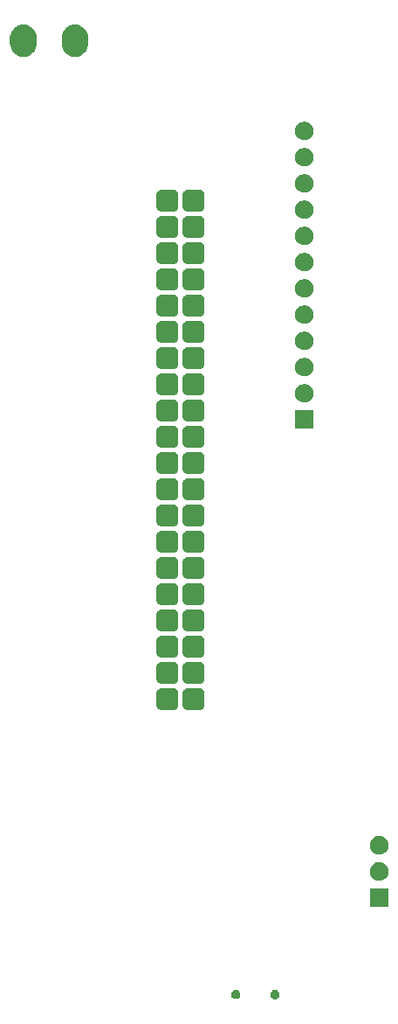
<source format=gbr>
G04 #@! TF.GenerationSoftware,KiCad,Pcbnew,5.1.5+dfsg1-2build2*
G04 #@! TF.CreationDate,2021-01-21T00:37:08+01:00*
G04 #@! TF.ProjectId,t100-raspi,74313030-2d72-4617-9370-692e6b696361,rev?*
G04 #@! TF.SameCoordinates,Original*
G04 #@! TF.FileFunction,Soldermask,Bot*
G04 #@! TF.FilePolarity,Negative*
%FSLAX46Y46*%
G04 Gerber Fmt 4.6, Leading zero omitted, Abs format (unit mm)*
G04 Created by KiCad (PCBNEW 5.1.5+dfsg1-2build2) date 2021-01-21 00:37:08*
%MOMM*%
%LPD*%
G04 APERTURE LIST*
%ADD10C,0.100000*%
G04 APERTURE END LIST*
D10*
G36*
X112028576Y-145421205D02*
G01*
X112110431Y-145455110D01*
X112184098Y-145504333D01*
X112246747Y-145566982D01*
X112295970Y-145640649D01*
X112329875Y-145722504D01*
X112347160Y-145809401D01*
X112347160Y-145897999D01*
X112329875Y-145984896D01*
X112295970Y-146066751D01*
X112246747Y-146140418D01*
X112184098Y-146203067D01*
X112110431Y-146252290D01*
X112034708Y-146283655D01*
X112028576Y-146286195D01*
X111941679Y-146303480D01*
X111853081Y-146303480D01*
X111766184Y-146286195D01*
X111760052Y-146283655D01*
X111684329Y-146252290D01*
X111610662Y-146203067D01*
X111548013Y-146140418D01*
X111498790Y-146066751D01*
X111464885Y-145984896D01*
X111447600Y-145897999D01*
X111447600Y-145809401D01*
X111464885Y-145722504D01*
X111498790Y-145640649D01*
X111548013Y-145566982D01*
X111610662Y-145504333D01*
X111684329Y-145455110D01*
X111766184Y-145421205D01*
X111853081Y-145403920D01*
X111941679Y-145403920D01*
X112028576Y-145421205D01*
G37*
G36*
X108231276Y-145418665D02*
G01*
X108313131Y-145452570D01*
X108386798Y-145501793D01*
X108449447Y-145564442D01*
X108498670Y-145638109D01*
X108532575Y-145719964D01*
X108549860Y-145806861D01*
X108549860Y-145895459D01*
X108532575Y-145982356D01*
X108498670Y-146064211D01*
X108449447Y-146137878D01*
X108386798Y-146200527D01*
X108313131Y-146249750D01*
X108231276Y-146283655D01*
X108144379Y-146300940D01*
X108055781Y-146300940D01*
X107968884Y-146283655D01*
X107887029Y-146249750D01*
X107813362Y-146200527D01*
X107750713Y-146137878D01*
X107701490Y-146064211D01*
X107667585Y-145982356D01*
X107650300Y-145895459D01*
X107650300Y-145806861D01*
X107667585Y-145719964D01*
X107701490Y-145638109D01*
X107750713Y-145564442D01*
X107813362Y-145501793D01*
X107887029Y-145452570D01*
X107968884Y-145418665D01*
X108055781Y-145401380D01*
X108144379Y-145401380D01*
X108231276Y-145418665D01*
G37*
G36*
X122901000Y-137401000D02*
G01*
X121099000Y-137401000D01*
X121099000Y-135599000D01*
X122901000Y-135599000D01*
X122901000Y-137401000D01*
G37*
G36*
X122113512Y-133063927D02*
G01*
X122262812Y-133093624D01*
X122426784Y-133161544D01*
X122574354Y-133260147D01*
X122699853Y-133385646D01*
X122798456Y-133533216D01*
X122866376Y-133697188D01*
X122901000Y-133871259D01*
X122901000Y-134048741D01*
X122866376Y-134222812D01*
X122798456Y-134386784D01*
X122699853Y-134534354D01*
X122574354Y-134659853D01*
X122426784Y-134758456D01*
X122262812Y-134826376D01*
X122113512Y-134856073D01*
X122088742Y-134861000D01*
X121911258Y-134861000D01*
X121886488Y-134856073D01*
X121737188Y-134826376D01*
X121573216Y-134758456D01*
X121425646Y-134659853D01*
X121300147Y-134534354D01*
X121201544Y-134386784D01*
X121133624Y-134222812D01*
X121099000Y-134048741D01*
X121099000Y-133871259D01*
X121133624Y-133697188D01*
X121201544Y-133533216D01*
X121300147Y-133385646D01*
X121425646Y-133260147D01*
X121573216Y-133161544D01*
X121737188Y-133093624D01*
X121886488Y-133063927D01*
X121911258Y-133059000D01*
X122088742Y-133059000D01*
X122113512Y-133063927D01*
G37*
G36*
X122113512Y-130523927D02*
G01*
X122262812Y-130553624D01*
X122426784Y-130621544D01*
X122574354Y-130720147D01*
X122699853Y-130845646D01*
X122798456Y-130993216D01*
X122866376Y-131157188D01*
X122901000Y-131331259D01*
X122901000Y-131508741D01*
X122866376Y-131682812D01*
X122798456Y-131846784D01*
X122699853Y-131994354D01*
X122574354Y-132119853D01*
X122426784Y-132218456D01*
X122262812Y-132286376D01*
X122113512Y-132316073D01*
X122088742Y-132321000D01*
X121911258Y-132321000D01*
X121886488Y-132316073D01*
X121737188Y-132286376D01*
X121573216Y-132218456D01*
X121425646Y-132119853D01*
X121300147Y-131994354D01*
X121201544Y-131846784D01*
X121133624Y-131682812D01*
X121099000Y-131508741D01*
X121099000Y-131331259D01*
X121133624Y-131157188D01*
X121201544Y-130993216D01*
X121300147Y-130845646D01*
X121425646Y-130720147D01*
X121573216Y-130621544D01*
X121737188Y-130553624D01*
X121886488Y-130523927D01*
X121911258Y-130519000D01*
X122088742Y-130519000D01*
X122113512Y-130523927D01*
G37*
G36*
X104678210Y-116218489D02*
G01*
X104764950Y-116244802D01*
X104844889Y-116287530D01*
X104914962Y-116345038D01*
X104972470Y-116415111D01*
X105015198Y-116495050D01*
X105041511Y-116581790D01*
X105051000Y-116678140D01*
X105051000Y-117841860D01*
X105041511Y-117938210D01*
X105015198Y-118024950D01*
X104972470Y-118104889D01*
X104914962Y-118174962D01*
X104844889Y-118232470D01*
X104764950Y-118275198D01*
X104678210Y-118301511D01*
X104581860Y-118311000D01*
X103418140Y-118311000D01*
X103321790Y-118301511D01*
X103235050Y-118275198D01*
X103155111Y-118232470D01*
X103085038Y-118174962D01*
X103027530Y-118104889D01*
X102984802Y-118024950D01*
X102958489Y-117938210D01*
X102949000Y-117841860D01*
X102949000Y-116678140D01*
X102958489Y-116581790D01*
X102984802Y-116495050D01*
X103027530Y-116415111D01*
X103085038Y-116345038D01*
X103155111Y-116287530D01*
X103235050Y-116244802D01*
X103321790Y-116218489D01*
X103418140Y-116209000D01*
X104581860Y-116209000D01*
X104678210Y-116218489D01*
G37*
G36*
X102138210Y-116218489D02*
G01*
X102224950Y-116244802D01*
X102304889Y-116287530D01*
X102374962Y-116345038D01*
X102432470Y-116415111D01*
X102475198Y-116495050D01*
X102501511Y-116581790D01*
X102511000Y-116678140D01*
X102511000Y-117841860D01*
X102501511Y-117938210D01*
X102475198Y-118024950D01*
X102432470Y-118104889D01*
X102374962Y-118174962D01*
X102304889Y-118232470D01*
X102224950Y-118275198D01*
X102138210Y-118301511D01*
X102041860Y-118311000D01*
X100878140Y-118311000D01*
X100781790Y-118301511D01*
X100695050Y-118275198D01*
X100615111Y-118232470D01*
X100545038Y-118174962D01*
X100487530Y-118104889D01*
X100444802Y-118024950D01*
X100418489Y-117938210D01*
X100409000Y-117841860D01*
X100409000Y-116678140D01*
X100418489Y-116581790D01*
X100444802Y-116495050D01*
X100487530Y-116415111D01*
X100545038Y-116345038D01*
X100615111Y-116287530D01*
X100695050Y-116244802D01*
X100781790Y-116218489D01*
X100878140Y-116209000D01*
X102041860Y-116209000D01*
X102138210Y-116218489D01*
G37*
G36*
X104678210Y-113678489D02*
G01*
X104764950Y-113704802D01*
X104844889Y-113747530D01*
X104914962Y-113805038D01*
X104972470Y-113875111D01*
X105015198Y-113955050D01*
X105041511Y-114041790D01*
X105051000Y-114138140D01*
X105051000Y-115301860D01*
X105041511Y-115398210D01*
X105015198Y-115484950D01*
X104972470Y-115564889D01*
X104914962Y-115634962D01*
X104844889Y-115692470D01*
X104764950Y-115735198D01*
X104678210Y-115761511D01*
X104581860Y-115771000D01*
X103418140Y-115771000D01*
X103321790Y-115761511D01*
X103235050Y-115735198D01*
X103155111Y-115692470D01*
X103085038Y-115634962D01*
X103027530Y-115564889D01*
X102984802Y-115484950D01*
X102958489Y-115398210D01*
X102949000Y-115301860D01*
X102949000Y-114138140D01*
X102958489Y-114041790D01*
X102984802Y-113955050D01*
X103027530Y-113875111D01*
X103085038Y-113805038D01*
X103155111Y-113747530D01*
X103235050Y-113704802D01*
X103321790Y-113678489D01*
X103418140Y-113669000D01*
X104581860Y-113669000D01*
X104678210Y-113678489D01*
G37*
G36*
X102138210Y-113678489D02*
G01*
X102224950Y-113704802D01*
X102304889Y-113747530D01*
X102374962Y-113805038D01*
X102432470Y-113875111D01*
X102475198Y-113955050D01*
X102501511Y-114041790D01*
X102511000Y-114138140D01*
X102511000Y-115301860D01*
X102501511Y-115398210D01*
X102475198Y-115484950D01*
X102432470Y-115564889D01*
X102374962Y-115634962D01*
X102304889Y-115692470D01*
X102224950Y-115735198D01*
X102138210Y-115761511D01*
X102041860Y-115771000D01*
X100878140Y-115771000D01*
X100781790Y-115761511D01*
X100695050Y-115735198D01*
X100615111Y-115692470D01*
X100545038Y-115634962D01*
X100487530Y-115564889D01*
X100444802Y-115484950D01*
X100418489Y-115398210D01*
X100409000Y-115301860D01*
X100409000Y-114138140D01*
X100418489Y-114041790D01*
X100444802Y-113955050D01*
X100487530Y-113875111D01*
X100545038Y-113805038D01*
X100615111Y-113747530D01*
X100695050Y-113704802D01*
X100781790Y-113678489D01*
X100878140Y-113669000D01*
X102041860Y-113669000D01*
X102138210Y-113678489D01*
G37*
G36*
X104678210Y-111138489D02*
G01*
X104764950Y-111164802D01*
X104844889Y-111207530D01*
X104914962Y-111265038D01*
X104972470Y-111335111D01*
X105015198Y-111415050D01*
X105041511Y-111501790D01*
X105051000Y-111598140D01*
X105051000Y-112761860D01*
X105041511Y-112858210D01*
X105015198Y-112944950D01*
X104972470Y-113024889D01*
X104914962Y-113094962D01*
X104844889Y-113152470D01*
X104764950Y-113195198D01*
X104678210Y-113221511D01*
X104581860Y-113231000D01*
X103418140Y-113231000D01*
X103321790Y-113221511D01*
X103235050Y-113195198D01*
X103155111Y-113152470D01*
X103085038Y-113094962D01*
X103027530Y-113024889D01*
X102984802Y-112944950D01*
X102958489Y-112858210D01*
X102949000Y-112761860D01*
X102949000Y-111598140D01*
X102958489Y-111501790D01*
X102984802Y-111415050D01*
X103027530Y-111335111D01*
X103085038Y-111265038D01*
X103155111Y-111207530D01*
X103235050Y-111164802D01*
X103321790Y-111138489D01*
X103418140Y-111129000D01*
X104581860Y-111129000D01*
X104678210Y-111138489D01*
G37*
G36*
X102138210Y-111138489D02*
G01*
X102224950Y-111164802D01*
X102304889Y-111207530D01*
X102374962Y-111265038D01*
X102432470Y-111335111D01*
X102475198Y-111415050D01*
X102501511Y-111501790D01*
X102511000Y-111598140D01*
X102511000Y-112761860D01*
X102501511Y-112858210D01*
X102475198Y-112944950D01*
X102432470Y-113024889D01*
X102374962Y-113094962D01*
X102304889Y-113152470D01*
X102224950Y-113195198D01*
X102138210Y-113221511D01*
X102041860Y-113231000D01*
X100878140Y-113231000D01*
X100781790Y-113221511D01*
X100695050Y-113195198D01*
X100615111Y-113152470D01*
X100545038Y-113094962D01*
X100487530Y-113024889D01*
X100444802Y-112944950D01*
X100418489Y-112858210D01*
X100409000Y-112761860D01*
X100409000Y-111598140D01*
X100418489Y-111501790D01*
X100444802Y-111415050D01*
X100487530Y-111335111D01*
X100545038Y-111265038D01*
X100615111Y-111207530D01*
X100695050Y-111164802D01*
X100781790Y-111138489D01*
X100878140Y-111129000D01*
X102041860Y-111129000D01*
X102138210Y-111138489D01*
G37*
G36*
X102138210Y-108598489D02*
G01*
X102224950Y-108624802D01*
X102304889Y-108667530D01*
X102374962Y-108725038D01*
X102432470Y-108795111D01*
X102475198Y-108875050D01*
X102501511Y-108961790D01*
X102511000Y-109058140D01*
X102511000Y-110221860D01*
X102501511Y-110318210D01*
X102475198Y-110404950D01*
X102432470Y-110484889D01*
X102374962Y-110554962D01*
X102304889Y-110612470D01*
X102224950Y-110655198D01*
X102138210Y-110681511D01*
X102041860Y-110691000D01*
X100878140Y-110691000D01*
X100781790Y-110681511D01*
X100695050Y-110655198D01*
X100615111Y-110612470D01*
X100545038Y-110554962D01*
X100487530Y-110484889D01*
X100444802Y-110404950D01*
X100418489Y-110318210D01*
X100409000Y-110221860D01*
X100409000Y-109058140D01*
X100418489Y-108961790D01*
X100444802Y-108875050D01*
X100487530Y-108795111D01*
X100545038Y-108725038D01*
X100615111Y-108667530D01*
X100695050Y-108624802D01*
X100781790Y-108598489D01*
X100878140Y-108589000D01*
X102041860Y-108589000D01*
X102138210Y-108598489D01*
G37*
G36*
X104678210Y-108598489D02*
G01*
X104764950Y-108624802D01*
X104844889Y-108667530D01*
X104914962Y-108725038D01*
X104972470Y-108795111D01*
X105015198Y-108875050D01*
X105041511Y-108961790D01*
X105051000Y-109058140D01*
X105051000Y-110221860D01*
X105041511Y-110318210D01*
X105015198Y-110404950D01*
X104972470Y-110484889D01*
X104914962Y-110554962D01*
X104844889Y-110612470D01*
X104764950Y-110655198D01*
X104678210Y-110681511D01*
X104581860Y-110691000D01*
X103418140Y-110691000D01*
X103321790Y-110681511D01*
X103235050Y-110655198D01*
X103155111Y-110612470D01*
X103085038Y-110554962D01*
X103027530Y-110484889D01*
X102984802Y-110404950D01*
X102958489Y-110318210D01*
X102949000Y-110221860D01*
X102949000Y-109058140D01*
X102958489Y-108961790D01*
X102984802Y-108875050D01*
X103027530Y-108795111D01*
X103085038Y-108725038D01*
X103155111Y-108667530D01*
X103235050Y-108624802D01*
X103321790Y-108598489D01*
X103418140Y-108589000D01*
X104581860Y-108589000D01*
X104678210Y-108598489D01*
G37*
G36*
X102138210Y-106058489D02*
G01*
X102224950Y-106084802D01*
X102304889Y-106127530D01*
X102374962Y-106185038D01*
X102432470Y-106255111D01*
X102475198Y-106335050D01*
X102501511Y-106421790D01*
X102511000Y-106518140D01*
X102511000Y-107681860D01*
X102501511Y-107778210D01*
X102475198Y-107864950D01*
X102432470Y-107944889D01*
X102374962Y-108014962D01*
X102304889Y-108072470D01*
X102224950Y-108115198D01*
X102138210Y-108141511D01*
X102041860Y-108151000D01*
X100878140Y-108151000D01*
X100781790Y-108141511D01*
X100695050Y-108115198D01*
X100615111Y-108072470D01*
X100545038Y-108014962D01*
X100487530Y-107944889D01*
X100444802Y-107864950D01*
X100418489Y-107778210D01*
X100409000Y-107681860D01*
X100409000Y-106518140D01*
X100418489Y-106421790D01*
X100444802Y-106335050D01*
X100487530Y-106255111D01*
X100545038Y-106185038D01*
X100615111Y-106127530D01*
X100695050Y-106084802D01*
X100781790Y-106058489D01*
X100878140Y-106049000D01*
X102041860Y-106049000D01*
X102138210Y-106058489D01*
G37*
G36*
X104678210Y-106058489D02*
G01*
X104764950Y-106084802D01*
X104844889Y-106127530D01*
X104914962Y-106185038D01*
X104972470Y-106255111D01*
X105015198Y-106335050D01*
X105041511Y-106421790D01*
X105051000Y-106518140D01*
X105051000Y-107681860D01*
X105041511Y-107778210D01*
X105015198Y-107864950D01*
X104972470Y-107944889D01*
X104914962Y-108014962D01*
X104844889Y-108072470D01*
X104764950Y-108115198D01*
X104678210Y-108141511D01*
X104581860Y-108151000D01*
X103418140Y-108151000D01*
X103321790Y-108141511D01*
X103235050Y-108115198D01*
X103155111Y-108072470D01*
X103085038Y-108014962D01*
X103027530Y-107944889D01*
X102984802Y-107864950D01*
X102958489Y-107778210D01*
X102949000Y-107681860D01*
X102949000Y-106518140D01*
X102958489Y-106421790D01*
X102984802Y-106335050D01*
X103027530Y-106255111D01*
X103085038Y-106185038D01*
X103155111Y-106127530D01*
X103235050Y-106084802D01*
X103321790Y-106058489D01*
X103418140Y-106049000D01*
X104581860Y-106049000D01*
X104678210Y-106058489D01*
G37*
G36*
X104678210Y-103518489D02*
G01*
X104764950Y-103544802D01*
X104844889Y-103587530D01*
X104914962Y-103645038D01*
X104972470Y-103715111D01*
X105015198Y-103795050D01*
X105041511Y-103881790D01*
X105051000Y-103978140D01*
X105051000Y-105141860D01*
X105041511Y-105238210D01*
X105015198Y-105324950D01*
X104972470Y-105404889D01*
X104914962Y-105474962D01*
X104844889Y-105532470D01*
X104764950Y-105575198D01*
X104678210Y-105601511D01*
X104581860Y-105611000D01*
X103418140Y-105611000D01*
X103321790Y-105601511D01*
X103235050Y-105575198D01*
X103155111Y-105532470D01*
X103085038Y-105474962D01*
X103027530Y-105404889D01*
X102984802Y-105324950D01*
X102958489Y-105238210D01*
X102949000Y-105141860D01*
X102949000Y-103978140D01*
X102958489Y-103881790D01*
X102984802Y-103795050D01*
X103027530Y-103715111D01*
X103085038Y-103645038D01*
X103155111Y-103587530D01*
X103235050Y-103544802D01*
X103321790Y-103518489D01*
X103418140Y-103509000D01*
X104581860Y-103509000D01*
X104678210Y-103518489D01*
G37*
G36*
X102138210Y-103518489D02*
G01*
X102224950Y-103544802D01*
X102304889Y-103587530D01*
X102374962Y-103645038D01*
X102432470Y-103715111D01*
X102475198Y-103795050D01*
X102501511Y-103881790D01*
X102511000Y-103978140D01*
X102511000Y-105141860D01*
X102501511Y-105238210D01*
X102475198Y-105324950D01*
X102432470Y-105404889D01*
X102374962Y-105474962D01*
X102304889Y-105532470D01*
X102224950Y-105575198D01*
X102138210Y-105601511D01*
X102041860Y-105611000D01*
X100878140Y-105611000D01*
X100781790Y-105601511D01*
X100695050Y-105575198D01*
X100615111Y-105532470D01*
X100545038Y-105474962D01*
X100487530Y-105404889D01*
X100444802Y-105324950D01*
X100418489Y-105238210D01*
X100409000Y-105141860D01*
X100409000Y-103978140D01*
X100418489Y-103881790D01*
X100444802Y-103795050D01*
X100487530Y-103715111D01*
X100545038Y-103645038D01*
X100615111Y-103587530D01*
X100695050Y-103544802D01*
X100781790Y-103518489D01*
X100878140Y-103509000D01*
X102041860Y-103509000D01*
X102138210Y-103518489D01*
G37*
G36*
X104678210Y-100978489D02*
G01*
X104764950Y-101004802D01*
X104844889Y-101047530D01*
X104914962Y-101105038D01*
X104972470Y-101175111D01*
X105015198Y-101255050D01*
X105041511Y-101341790D01*
X105051000Y-101438140D01*
X105051000Y-102601860D01*
X105041511Y-102698210D01*
X105015198Y-102784950D01*
X104972470Y-102864889D01*
X104914962Y-102934962D01*
X104844889Y-102992470D01*
X104764950Y-103035198D01*
X104678210Y-103061511D01*
X104581860Y-103071000D01*
X103418140Y-103071000D01*
X103321790Y-103061511D01*
X103235050Y-103035198D01*
X103155111Y-102992470D01*
X103085038Y-102934962D01*
X103027530Y-102864889D01*
X102984802Y-102784950D01*
X102958489Y-102698210D01*
X102949000Y-102601860D01*
X102949000Y-101438140D01*
X102958489Y-101341790D01*
X102984802Y-101255050D01*
X103027530Y-101175111D01*
X103085038Y-101105038D01*
X103155111Y-101047530D01*
X103235050Y-101004802D01*
X103321790Y-100978489D01*
X103418140Y-100969000D01*
X104581860Y-100969000D01*
X104678210Y-100978489D01*
G37*
G36*
X102138210Y-100978489D02*
G01*
X102224950Y-101004802D01*
X102304889Y-101047530D01*
X102374962Y-101105038D01*
X102432470Y-101175111D01*
X102475198Y-101255050D01*
X102501511Y-101341790D01*
X102511000Y-101438140D01*
X102511000Y-102601860D01*
X102501511Y-102698210D01*
X102475198Y-102784950D01*
X102432470Y-102864889D01*
X102374962Y-102934962D01*
X102304889Y-102992470D01*
X102224950Y-103035198D01*
X102138210Y-103061511D01*
X102041860Y-103071000D01*
X100878140Y-103071000D01*
X100781790Y-103061511D01*
X100695050Y-103035198D01*
X100615111Y-102992470D01*
X100545038Y-102934962D01*
X100487530Y-102864889D01*
X100444802Y-102784950D01*
X100418489Y-102698210D01*
X100409000Y-102601860D01*
X100409000Y-101438140D01*
X100418489Y-101341790D01*
X100444802Y-101255050D01*
X100487530Y-101175111D01*
X100545038Y-101105038D01*
X100615111Y-101047530D01*
X100695050Y-101004802D01*
X100781790Y-100978489D01*
X100878140Y-100969000D01*
X102041860Y-100969000D01*
X102138210Y-100978489D01*
G37*
G36*
X104678210Y-98438489D02*
G01*
X104764950Y-98464802D01*
X104844889Y-98507530D01*
X104914962Y-98565038D01*
X104972470Y-98635111D01*
X105015198Y-98715050D01*
X105041511Y-98801790D01*
X105051000Y-98898140D01*
X105051000Y-100061860D01*
X105041511Y-100158210D01*
X105015198Y-100244950D01*
X104972470Y-100324889D01*
X104914962Y-100394962D01*
X104844889Y-100452470D01*
X104764950Y-100495198D01*
X104678210Y-100521511D01*
X104581860Y-100531000D01*
X103418140Y-100531000D01*
X103321790Y-100521511D01*
X103235050Y-100495198D01*
X103155111Y-100452470D01*
X103085038Y-100394962D01*
X103027530Y-100324889D01*
X102984802Y-100244950D01*
X102958489Y-100158210D01*
X102949000Y-100061860D01*
X102949000Y-98898140D01*
X102958489Y-98801790D01*
X102984802Y-98715050D01*
X103027530Y-98635111D01*
X103085038Y-98565038D01*
X103155111Y-98507530D01*
X103235050Y-98464802D01*
X103321790Y-98438489D01*
X103418140Y-98429000D01*
X104581860Y-98429000D01*
X104678210Y-98438489D01*
G37*
G36*
X102138210Y-98438489D02*
G01*
X102224950Y-98464802D01*
X102304889Y-98507530D01*
X102374962Y-98565038D01*
X102432470Y-98635111D01*
X102475198Y-98715050D01*
X102501511Y-98801790D01*
X102511000Y-98898140D01*
X102511000Y-100061860D01*
X102501511Y-100158210D01*
X102475198Y-100244950D01*
X102432470Y-100324889D01*
X102374962Y-100394962D01*
X102304889Y-100452470D01*
X102224950Y-100495198D01*
X102138210Y-100521511D01*
X102041860Y-100531000D01*
X100878140Y-100531000D01*
X100781790Y-100521511D01*
X100695050Y-100495198D01*
X100615111Y-100452470D01*
X100545038Y-100394962D01*
X100487530Y-100324889D01*
X100444802Y-100244950D01*
X100418489Y-100158210D01*
X100409000Y-100061860D01*
X100409000Y-98898140D01*
X100418489Y-98801790D01*
X100444802Y-98715050D01*
X100487530Y-98635111D01*
X100545038Y-98565038D01*
X100615111Y-98507530D01*
X100695050Y-98464802D01*
X100781790Y-98438489D01*
X100878140Y-98429000D01*
X102041860Y-98429000D01*
X102138210Y-98438489D01*
G37*
G36*
X102138210Y-95898489D02*
G01*
X102224950Y-95924802D01*
X102304889Y-95967530D01*
X102374962Y-96025038D01*
X102432470Y-96095111D01*
X102475198Y-96175050D01*
X102501511Y-96261790D01*
X102511000Y-96358140D01*
X102511000Y-97521860D01*
X102501511Y-97618210D01*
X102475198Y-97704950D01*
X102432470Y-97784889D01*
X102374962Y-97854962D01*
X102304889Y-97912470D01*
X102224950Y-97955198D01*
X102138210Y-97981511D01*
X102041860Y-97991000D01*
X100878140Y-97991000D01*
X100781790Y-97981511D01*
X100695050Y-97955198D01*
X100615111Y-97912470D01*
X100545038Y-97854962D01*
X100487530Y-97784889D01*
X100444802Y-97704950D01*
X100418489Y-97618210D01*
X100409000Y-97521860D01*
X100409000Y-96358140D01*
X100418489Y-96261790D01*
X100444802Y-96175050D01*
X100487530Y-96095111D01*
X100545038Y-96025038D01*
X100615111Y-95967530D01*
X100695050Y-95924802D01*
X100781790Y-95898489D01*
X100878140Y-95889000D01*
X102041860Y-95889000D01*
X102138210Y-95898489D01*
G37*
G36*
X104678210Y-95898489D02*
G01*
X104764950Y-95924802D01*
X104844889Y-95967530D01*
X104914962Y-96025038D01*
X104972470Y-96095111D01*
X105015198Y-96175050D01*
X105041511Y-96261790D01*
X105051000Y-96358140D01*
X105051000Y-97521860D01*
X105041511Y-97618210D01*
X105015198Y-97704950D01*
X104972470Y-97784889D01*
X104914962Y-97854962D01*
X104844889Y-97912470D01*
X104764950Y-97955198D01*
X104678210Y-97981511D01*
X104581860Y-97991000D01*
X103418140Y-97991000D01*
X103321790Y-97981511D01*
X103235050Y-97955198D01*
X103155111Y-97912470D01*
X103085038Y-97854962D01*
X103027530Y-97784889D01*
X102984802Y-97704950D01*
X102958489Y-97618210D01*
X102949000Y-97521860D01*
X102949000Y-96358140D01*
X102958489Y-96261790D01*
X102984802Y-96175050D01*
X103027530Y-96095111D01*
X103085038Y-96025038D01*
X103155111Y-95967530D01*
X103235050Y-95924802D01*
X103321790Y-95898489D01*
X103418140Y-95889000D01*
X104581860Y-95889000D01*
X104678210Y-95898489D01*
G37*
G36*
X102138210Y-93358489D02*
G01*
X102224950Y-93384802D01*
X102304889Y-93427530D01*
X102374962Y-93485038D01*
X102432470Y-93555111D01*
X102475198Y-93635050D01*
X102501511Y-93721790D01*
X102511000Y-93818140D01*
X102511000Y-94981860D01*
X102501511Y-95078210D01*
X102475198Y-95164950D01*
X102432470Y-95244889D01*
X102374962Y-95314962D01*
X102304889Y-95372470D01*
X102224950Y-95415198D01*
X102138210Y-95441511D01*
X102041860Y-95451000D01*
X100878140Y-95451000D01*
X100781790Y-95441511D01*
X100695050Y-95415198D01*
X100615111Y-95372470D01*
X100545038Y-95314962D01*
X100487530Y-95244889D01*
X100444802Y-95164950D01*
X100418489Y-95078210D01*
X100409000Y-94981860D01*
X100409000Y-93818140D01*
X100418489Y-93721790D01*
X100444802Y-93635050D01*
X100487530Y-93555111D01*
X100545038Y-93485038D01*
X100615111Y-93427530D01*
X100695050Y-93384802D01*
X100781790Y-93358489D01*
X100878140Y-93349000D01*
X102041860Y-93349000D01*
X102138210Y-93358489D01*
G37*
G36*
X104678210Y-93358489D02*
G01*
X104764950Y-93384802D01*
X104844889Y-93427530D01*
X104914962Y-93485038D01*
X104972470Y-93555111D01*
X105015198Y-93635050D01*
X105041511Y-93721790D01*
X105051000Y-93818140D01*
X105051000Y-94981860D01*
X105041511Y-95078210D01*
X105015198Y-95164950D01*
X104972470Y-95244889D01*
X104914962Y-95314962D01*
X104844889Y-95372470D01*
X104764950Y-95415198D01*
X104678210Y-95441511D01*
X104581860Y-95451000D01*
X103418140Y-95451000D01*
X103321790Y-95441511D01*
X103235050Y-95415198D01*
X103155111Y-95372470D01*
X103085038Y-95314962D01*
X103027530Y-95244889D01*
X102984802Y-95164950D01*
X102958489Y-95078210D01*
X102949000Y-94981860D01*
X102949000Y-93818140D01*
X102958489Y-93721790D01*
X102984802Y-93635050D01*
X103027530Y-93555111D01*
X103085038Y-93485038D01*
X103155111Y-93427530D01*
X103235050Y-93384802D01*
X103321790Y-93358489D01*
X103418140Y-93349000D01*
X104581860Y-93349000D01*
X104678210Y-93358489D01*
G37*
G36*
X104678210Y-90818489D02*
G01*
X104764950Y-90844802D01*
X104844889Y-90887530D01*
X104914962Y-90945038D01*
X104972470Y-91015111D01*
X105015198Y-91095050D01*
X105041511Y-91181790D01*
X105051000Y-91278140D01*
X105051000Y-92441860D01*
X105041511Y-92538210D01*
X105015198Y-92624950D01*
X104972470Y-92704889D01*
X104914962Y-92774962D01*
X104844889Y-92832470D01*
X104764950Y-92875198D01*
X104678210Y-92901511D01*
X104581860Y-92911000D01*
X103418140Y-92911000D01*
X103321790Y-92901511D01*
X103235050Y-92875198D01*
X103155111Y-92832470D01*
X103085038Y-92774962D01*
X103027530Y-92704889D01*
X102984802Y-92624950D01*
X102958489Y-92538210D01*
X102949000Y-92441860D01*
X102949000Y-91278140D01*
X102958489Y-91181790D01*
X102984802Y-91095050D01*
X103027530Y-91015111D01*
X103085038Y-90945038D01*
X103155111Y-90887530D01*
X103235050Y-90844802D01*
X103321790Y-90818489D01*
X103418140Y-90809000D01*
X104581860Y-90809000D01*
X104678210Y-90818489D01*
G37*
G36*
X102138210Y-90818489D02*
G01*
X102224950Y-90844802D01*
X102304889Y-90887530D01*
X102374962Y-90945038D01*
X102432470Y-91015111D01*
X102475198Y-91095050D01*
X102501511Y-91181790D01*
X102511000Y-91278140D01*
X102511000Y-92441860D01*
X102501511Y-92538210D01*
X102475198Y-92624950D01*
X102432470Y-92704889D01*
X102374962Y-92774962D01*
X102304889Y-92832470D01*
X102224950Y-92875198D01*
X102138210Y-92901511D01*
X102041860Y-92911000D01*
X100878140Y-92911000D01*
X100781790Y-92901511D01*
X100695050Y-92875198D01*
X100615111Y-92832470D01*
X100545038Y-92774962D01*
X100487530Y-92704889D01*
X100444802Y-92624950D01*
X100418489Y-92538210D01*
X100409000Y-92441860D01*
X100409000Y-91278140D01*
X100418489Y-91181790D01*
X100444802Y-91095050D01*
X100487530Y-91015111D01*
X100545038Y-90945038D01*
X100615111Y-90887530D01*
X100695050Y-90844802D01*
X100781790Y-90818489D01*
X100878140Y-90809000D01*
X102041860Y-90809000D01*
X102138210Y-90818489D01*
G37*
G36*
X115651000Y-91091000D02*
G01*
X113849000Y-91091000D01*
X113849000Y-89289000D01*
X115651000Y-89289000D01*
X115651000Y-91091000D01*
G37*
G36*
X104678210Y-88278489D02*
G01*
X104764950Y-88304802D01*
X104844889Y-88347530D01*
X104914962Y-88405038D01*
X104972470Y-88475111D01*
X105015198Y-88555050D01*
X105041511Y-88641790D01*
X105051000Y-88738140D01*
X105051000Y-89901860D01*
X105041511Y-89998210D01*
X105015198Y-90084950D01*
X104972470Y-90164889D01*
X104914962Y-90234962D01*
X104844889Y-90292470D01*
X104764950Y-90335198D01*
X104678210Y-90361511D01*
X104581860Y-90371000D01*
X103418140Y-90371000D01*
X103321790Y-90361511D01*
X103235050Y-90335198D01*
X103155111Y-90292470D01*
X103085038Y-90234962D01*
X103027530Y-90164889D01*
X102984802Y-90084950D01*
X102958489Y-89998210D01*
X102949000Y-89901860D01*
X102949000Y-88738140D01*
X102958489Y-88641790D01*
X102984802Y-88555050D01*
X103027530Y-88475111D01*
X103085038Y-88405038D01*
X103155111Y-88347530D01*
X103235050Y-88304802D01*
X103321790Y-88278489D01*
X103418140Y-88269000D01*
X104581860Y-88269000D01*
X104678210Y-88278489D01*
G37*
G36*
X102138210Y-88278489D02*
G01*
X102224950Y-88304802D01*
X102304889Y-88347530D01*
X102374962Y-88405038D01*
X102432470Y-88475111D01*
X102475198Y-88555050D01*
X102501511Y-88641790D01*
X102511000Y-88738140D01*
X102511000Y-89901860D01*
X102501511Y-89998210D01*
X102475198Y-90084950D01*
X102432470Y-90164889D01*
X102374962Y-90234962D01*
X102304889Y-90292470D01*
X102224950Y-90335198D01*
X102138210Y-90361511D01*
X102041860Y-90371000D01*
X100878140Y-90371000D01*
X100781790Y-90361511D01*
X100695050Y-90335198D01*
X100615111Y-90292470D01*
X100545038Y-90234962D01*
X100487530Y-90164889D01*
X100444802Y-90084950D01*
X100418489Y-89998210D01*
X100409000Y-89901860D01*
X100409000Y-88738140D01*
X100418489Y-88641790D01*
X100444802Y-88555050D01*
X100487530Y-88475111D01*
X100545038Y-88405038D01*
X100615111Y-88347530D01*
X100695050Y-88304802D01*
X100781790Y-88278489D01*
X100878140Y-88269000D01*
X102041860Y-88269000D01*
X102138210Y-88278489D01*
G37*
G36*
X114863512Y-86753927D02*
G01*
X115012812Y-86783624D01*
X115176784Y-86851544D01*
X115324354Y-86950147D01*
X115449853Y-87075646D01*
X115548456Y-87223216D01*
X115616376Y-87387188D01*
X115651000Y-87561259D01*
X115651000Y-87738741D01*
X115616376Y-87912812D01*
X115548456Y-88076784D01*
X115449853Y-88224354D01*
X115324354Y-88349853D01*
X115176784Y-88448456D01*
X115012812Y-88516376D01*
X114863512Y-88546073D01*
X114838742Y-88551000D01*
X114661258Y-88551000D01*
X114636488Y-88546073D01*
X114487188Y-88516376D01*
X114323216Y-88448456D01*
X114175646Y-88349853D01*
X114050147Y-88224354D01*
X113951544Y-88076784D01*
X113883624Y-87912812D01*
X113849000Y-87738741D01*
X113849000Y-87561259D01*
X113883624Y-87387188D01*
X113951544Y-87223216D01*
X114050147Y-87075646D01*
X114175646Y-86950147D01*
X114323216Y-86851544D01*
X114487188Y-86783624D01*
X114636488Y-86753927D01*
X114661258Y-86749000D01*
X114838742Y-86749000D01*
X114863512Y-86753927D01*
G37*
G36*
X104678210Y-85738489D02*
G01*
X104764950Y-85764802D01*
X104844889Y-85807530D01*
X104914962Y-85865038D01*
X104972470Y-85935111D01*
X105015198Y-86015050D01*
X105041511Y-86101790D01*
X105051000Y-86198140D01*
X105051000Y-87361860D01*
X105041511Y-87458210D01*
X105015198Y-87544950D01*
X104972470Y-87624889D01*
X104914962Y-87694962D01*
X104844889Y-87752470D01*
X104764950Y-87795198D01*
X104678210Y-87821511D01*
X104581860Y-87831000D01*
X103418140Y-87831000D01*
X103321790Y-87821511D01*
X103235050Y-87795198D01*
X103155111Y-87752470D01*
X103085038Y-87694962D01*
X103027530Y-87624889D01*
X102984802Y-87544950D01*
X102958489Y-87458210D01*
X102949000Y-87361860D01*
X102949000Y-86198140D01*
X102958489Y-86101790D01*
X102984802Y-86015050D01*
X103027530Y-85935111D01*
X103085038Y-85865038D01*
X103155111Y-85807530D01*
X103235050Y-85764802D01*
X103321790Y-85738489D01*
X103418140Y-85729000D01*
X104581860Y-85729000D01*
X104678210Y-85738489D01*
G37*
G36*
X102138210Y-85738489D02*
G01*
X102224950Y-85764802D01*
X102304889Y-85807530D01*
X102374962Y-85865038D01*
X102432470Y-85935111D01*
X102475198Y-86015050D01*
X102501511Y-86101790D01*
X102511000Y-86198140D01*
X102511000Y-87361860D01*
X102501511Y-87458210D01*
X102475198Y-87544950D01*
X102432470Y-87624889D01*
X102374962Y-87694962D01*
X102304889Y-87752470D01*
X102224950Y-87795198D01*
X102138210Y-87821511D01*
X102041860Y-87831000D01*
X100878140Y-87831000D01*
X100781790Y-87821511D01*
X100695050Y-87795198D01*
X100615111Y-87752470D01*
X100545038Y-87694962D01*
X100487530Y-87624889D01*
X100444802Y-87544950D01*
X100418489Y-87458210D01*
X100409000Y-87361860D01*
X100409000Y-86198140D01*
X100418489Y-86101790D01*
X100444802Y-86015050D01*
X100487530Y-85935111D01*
X100545038Y-85865038D01*
X100615111Y-85807530D01*
X100695050Y-85764802D01*
X100781790Y-85738489D01*
X100878140Y-85729000D01*
X102041860Y-85729000D01*
X102138210Y-85738489D01*
G37*
G36*
X114863512Y-84213927D02*
G01*
X115012812Y-84243624D01*
X115176784Y-84311544D01*
X115324354Y-84410147D01*
X115449853Y-84535646D01*
X115548456Y-84683216D01*
X115616376Y-84847188D01*
X115651000Y-85021259D01*
X115651000Y-85198741D01*
X115616376Y-85372812D01*
X115548456Y-85536784D01*
X115449853Y-85684354D01*
X115324354Y-85809853D01*
X115176784Y-85908456D01*
X115012812Y-85976376D01*
X114863512Y-86006073D01*
X114838742Y-86011000D01*
X114661258Y-86011000D01*
X114636488Y-86006073D01*
X114487188Y-85976376D01*
X114323216Y-85908456D01*
X114175646Y-85809853D01*
X114050147Y-85684354D01*
X113951544Y-85536784D01*
X113883624Y-85372812D01*
X113849000Y-85198741D01*
X113849000Y-85021259D01*
X113883624Y-84847188D01*
X113951544Y-84683216D01*
X114050147Y-84535646D01*
X114175646Y-84410147D01*
X114323216Y-84311544D01*
X114487188Y-84243624D01*
X114636488Y-84213927D01*
X114661258Y-84209000D01*
X114838742Y-84209000D01*
X114863512Y-84213927D01*
G37*
G36*
X104678210Y-83198489D02*
G01*
X104764950Y-83224802D01*
X104844889Y-83267530D01*
X104914962Y-83325038D01*
X104972470Y-83395111D01*
X105015198Y-83475050D01*
X105041511Y-83561790D01*
X105051000Y-83658140D01*
X105051000Y-84821860D01*
X105041511Y-84918210D01*
X105015198Y-85004950D01*
X104972470Y-85084889D01*
X104914962Y-85154962D01*
X104844889Y-85212470D01*
X104764950Y-85255198D01*
X104678210Y-85281511D01*
X104581860Y-85291000D01*
X103418140Y-85291000D01*
X103321790Y-85281511D01*
X103235050Y-85255198D01*
X103155111Y-85212470D01*
X103085038Y-85154962D01*
X103027530Y-85084889D01*
X102984802Y-85004950D01*
X102958489Y-84918210D01*
X102949000Y-84821860D01*
X102949000Y-83658140D01*
X102958489Y-83561790D01*
X102984802Y-83475050D01*
X103027530Y-83395111D01*
X103085038Y-83325038D01*
X103155111Y-83267530D01*
X103235050Y-83224802D01*
X103321790Y-83198489D01*
X103418140Y-83189000D01*
X104581860Y-83189000D01*
X104678210Y-83198489D01*
G37*
G36*
X102138210Y-83198489D02*
G01*
X102224950Y-83224802D01*
X102304889Y-83267530D01*
X102374962Y-83325038D01*
X102432470Y-83395111D01*
X102475198Y-83475050D01*
X102501511Y-83561790D01*
X102511000Y-83658140D01*
X102511000Y-84821860D01*
X102501511Y-84918210D01*
X102475198Y-85004950D01*
X102432470Y-85084889D01*
X102374962Y-85154962D01*
X102304889Y-85212470D01*
X102224950Y-85255198D01*
X102138210Y-85281511D01*
X102041860Y-85291000D01*
X100878140Y-85291000D01*
X100781790Y-85281511D01*
X100695050Y-85255198D01*
X100615111Y-85212470D01*
X100545038Y-85154962D01*
X100487530Y-85084889D01*
X100444802Y-85004950D01*
X100418489Y-84918210D01*
X100409000Y-84821860D01*
X100409000Y-83658140D01*
X100418489Y-83561790D01*
X100444802Y-83475050D01*
X100487530Y-83395111D01*
X100545038Y-83325038D01*
X100615111Y-83267530D01*
X100695050Y-83224802D01*
X100781790Y-83198489D01*
X100878140Y-83189000D01*
X102041860Y-83189000D01*
X102138210Y-83198489D01*
G37*
G36*
X114863512Y-81673927D02*
G01*
X115012812Y-81703624D01*
X115176784Y-81771544D01*
X115324354Y-81870147D01*
X115449853Y-81995646D01*
X115548456Y-82143216D01*
X115616376Y-82307188D01*
X115651000Y-82481259D01*
X115651000Y-82658741D01*
X115616376Y-82832812D01*
X115548456Y-82996784D01*
X115449853Y-83144354D01*
X115324354Y-83269853D01*
X115176784Y-83368456D01*
X115012812Y-83436376D01*
X114863512Y-83466073D01*
X114838742Y-83471000D01*
X114661258Y-83471000D01*
X114636488Y-83466073D01*
X114487188Y-83436376D01*
X114323216Y-83368456D01*
X114175646Y-83269853D01*
X114050147Y-83144354D01*
X113951544Y-82996784D01*
X113883624Y-82832812D01*
X113849000Y-82658741D01*
X113849000Y-82481259D01*
X113883624Y-82307188D01*
X113951544Y-82143216D01*
X114050147Y-81995646D01*
X114175646Y-81870147D01*
X114323216Y-81771544D01*
X114487188Y-81703624D01*
X114636488Y-81673927D01*
X114661258Y-81669000D01*
X114838742Y-81669000D01*
X114863512Y-81673927D01*
G37*
G36*
X102138210Y-80658489D02*
G01*
X102224950Y-80684802D01*
X102304889Y-80727530D01*
X102374962Y-80785038D01*
X102432470Y-80855111D01*
X102475198Y-80935050D01*
X102501511Y-81021790D01*
X102511000Y-81118140D01*
X102511000Y-82281860D01*
X102501511Y-82378210D01*
X102475198Y-82464950D01*
X102432470Y-82544889D01*
X102374962Y-82614962D01*
X102304889Y-82672470D01*
X102224950Y-82715198D01*
X102138210Y-82741511D01*
X102041860Y-82751000D01*
X100878140Y-82751000D01*
X100781790Y-82741511D01*
X100695050Y-82715198D01*
X100615111Y-82672470D01*
X100545038Y-82614962D01*
X100487530Y-82544889D01*
X100444802Y-82464950D01*
X100418489Y-82378210D01*
X100409000Y-82281860D01*
X100409000Y-81118140D01*
X100418489Y-81021790D01*
X100444802Y-80935050D01*
X100487530Y-80855111D01*
X100545038Y-80785038D01*
X100615111Y-80727530D01*
X100695050Y-80684802D01*
X100781790Y-80658489D01*
X100878140Y-80649000D01*
X102041860Y-80649000D01*
X102138210Y-80658489D01*
G37*
G36*
X104678210Y-80658489D02*
G01*
X104764950Y-80684802D01*
X104844889Y-80727530D01*
X104914962Y-80785038D01*
X104972470Y-80855111D01*
X105015198Y-80935050D01*
X105041511Y-81021790D01*
X105051000Y-81118140D01*
X105051000Y-82281860D01*
X105041511Y-82378210D01*
X105015198Y-82464950D01*
X104972470Y-82544889D01*
X104914962Y-82614962D01*
X104844889Y-82672470D01*
X104764950Y-82715198D01*
X104678210Y-82741511D01*
X104581860Y-82751000D01*
X103418140Y-82751000D01*
X103321790Y-82741511D01*
X103235050Y-82715198D01*
X103155111Y-82672470D01*
X103085038Y-82614962D01*
X103027530Y-82544889D01*
X102984802Y-82464950D01*
X102958489Y-82378210D01*
X102949000Y-82281860D01*
X102949000Y-81118140D01*
X102958489Y-81021790D01*
X102984802Y-80935050D01*
X103027530Y-80855111D01*
X103085038Y-80785038D01*
X103155111Y-80727530D01*
X103235050Y-80684802D01*
X103321790Y-80658489D01*
X103418140Y-80649000D01*
X104581860Y-80649000D01*
X104678210Y-80658489D01*
G37*
G36*
X114863512Y-79133927D02*
G01*
X115012812Y-79163624D01*
X115176784Y-79231544D01*
X115324354Y-79330147D01*
X115449853Y-79455646D01*
X115548456Y-79603216D01*
X115616376Y-79767188D01*
X115651000Y-79941259D01*
X115651000Y-80118741D01*
X115616376Y-80292812D01*
X115548456Y-80456784D01*
X115449853Y-80604354D01*
X115324354Y-80729853D01*
X115176784Y-80828456D01*
X115012812Y-80896376D01*
X114863512Y-80926073D01*
X114838742Y-80931000D01*
X114661258Y-80931000D01*
X114636488Y-80926073D01*
X114487188Y-80896376D01*
X114323216Y-80828456D01*
X114175646Y-80729853D01*
X114050147Y-80604354D01*
X113951544Y-80456784D01*
X113883624Y-80292812D01*
X113849000Y-80118741D01*
X113849000Y-79941259D01*
X113883624Y-79767188D01*
X113951544Y-79603216D01*
X114050147Y-79455646D01*
X114175646Y-79330147D01*
X114323216Y-79231544D01*
X114487188Y-79163624D01*
X114636488Y-79133927D01*
X114661258Y-79129000D01*
X114838742Y-79129000D01*
X114863512Y-79133927D01*
G37*
G36*
X102138210Y-78118489D02*
G01*
X102224950Y-78144802D01*
X102304889Y-78187530D01*
X102374962Y-78245038D01*
X102432470Y-78315111D01*
X102475198Y-78395050D01*
X102501511Y-78481790D01*
X102511000Y-78578140D01*
X102511000Y-79741860D01*
X102501511Y-79838210D01*
X102475198Y-79924950D01*
X102432470Y-80004889D01*
X102374962Y-80074962D01*
X102304889Y-80132470D01*
X102224950Y-80175198D01*
X102138210Y-80201511D01*
X102041860Y-80211000D01*
X100878140Y-80211000D01*
X100781790Y-80201511D01*
X100695050Y-80175198D01*
X100615111Y-80132470D01*
X100545038Y-80074962D01*
X100487530Y-80004889D01*
X100444802Y-79924950D01*
X100418489Y-79838210D01*
X100409000Y-79741860D01*
X100409000Y-78578140D01*
X100418489Y-78481790D01*
X100444802Y-78395050D01*
X100487530Y-78315111D01*
X100545038Y-78245038D01*
X100615111Y-78187530D01*
X100695050Y-78144802D01*
X100781790Y-78118489D01*
X100878140Y-78109000D01*
X102041860Y-78109000D01*
X102138210Y-78118489D01*
G37*
G36*
X104678210Y-78118489D02*
G01*
X104764950Y-78144802D01*
X104844889Y-78187530D01*
X104914962Y-78245038D01*
X104972470Y-78315111D01*
X105015198Y-78395050D01*
X105041511Y-78481790D01*
X105051000Y-78578140D01*
X105051000Y-79741860D01*
X105041511Y-79838210D01*
X105015198Y-79924950D01*
X104972470Y-80004889D01*
X104914962Y-80074962D01*
X104844889Y-80132470D01*
X104764950Y-80175198D01*
X104678210Y-80201511D01*
X104581860Y-80211000D01*
X103418140Y-80211000D01*
X103321790Y-80201511D01*
X103235050Y-80175198D01*
X103155111Y-80132470D01*
X103085038Y-80074962D01*
X103027530Y-80004889D01*
X102984802Y-79924950D01*
X102958489Y-79838210D01*
X102949000Y-79741860D01*
X102949000Y-78578140D01*
X102958489Y-78481790D01*
X102984802Y-78395050D01*
X103027530Y-78315111D01*
X103085038Y-78245038D01*
X103155111Y-78187530D01*
X103235050Y-78144802D01*
X103321790Y-78118489D01*
X103418140Y-78109000D01*
X104581860Y-78109000D01*
X104678210Y-78118489D01*
G37*
G36*
X114863512Y-76593927D02*
G01*
X115012812Y-76623624D01*
X115176784Y-76691544D01*
X115324354Y-76790147D01*
X115449853Y-76915646D01*
X115548456Y-77063216D01*
X115616376Y-77227188D01*
X115651000Y-77401259D01*
X115651000Y-77578741D01*
X115616376Y-77752812D01*
X115548456Y-77916784D01*
X115449853Y-78064354D01*
X115324354Y-78189853D01*
X115176784Y-78288456D01*
X115012812Y-78356376D01*
X114863512Y-78386073D01*
X114838742Y-78391000D01*
X114661258Y-78391000D01*
X114636488Y-78386073D01*
X114487188Y-78356376D01*
X114323216Y-78288456D01*
X114175646Y-78189853D01*
X114050147Y-78064354D01*
X113951544Y-77916784D01*
X113883624Y-77752812D01*
X113849000Y-77578741D01*
X113849000Y-77401259D01*
X113883624Y-77227188D01*
X113951544Y-77063216D01*
X114050147Y-76915646D01*
X114175646Y-76790147D01*
X114323216Y-76691544D01*
X114487188Y-76623624D01*
X114636488Y-76593927D01*
X114661258Y-76589000D01*
X114838742Y-76589000D01*
X114863512Y-76593927D01*
G37*
G36*
X104678210Y-75578489D02*
G01*
X104764950Y-75604802D01*
X104844889Y-75647530D01*
X104914962Y-75705038D01*
X104972470Y-75775111D01*
X105015198Y-75855050D01*
X105041511Y-75941790D01*
X105051000Y-76038140D01*
X105051000Y-77201860D01*
X105041511Y-77298210D01*
X105015198Y-77384950D01*
X104972470Y-77464889D01*
X104914962Y-77534962D01*
X104844889Y-77592470D01*
X104764950Y-77635198D01*
X104678210Y-77661511D01*
X104581860Y-77671000D01*
X103418140Y-77671000D01*
X103321790Y-77661511D01*
X103235050Y-77635198D01*
X103155111Y-77592470D01*
X103085038Y-77534962D01*
X103027530Y-77464889D01*
X102984802Y-77384950D01*
X102958489Y-77298210D01*
X102949000Y-77201860D01*
X102949000Y-76038140D01*
X102958489Y-75941790D01*
X102984802Y-75855050D01*
X103027530Y-75775111D01*
X103085038Y-75705038D01*
X103155111Y-75647530D01*
X103235050Y-75604802D01*
X103321790Y-75578489D01*
X103418140Y-75569000D01*
X104581860Y-75569000D01*
X104678210Y-75578489D01*
G37*
G36*
X102138210Y-75578489D02*
G01*
X102224950Y-75604802D01*
X102304889Y-75647530D01*
X102374962Y-75705038D01*
X102432470Y-75775111D01*
X102475198Y-75855050D01*
X102501511Y-75941790D01*
X102511000Y-76038140D01*
X102511000Y-77201860D01*
X102501511Y-77298210D01*
X102475198Y-77384950D01*
X102432470Y-77464889D01*
X102374962Y-77534962D01*
X102304889Y-77592470D01*
X102224950Y-77635198D01*
X102138210Y-77661511D01*
X102041860Y-77671000D01*
X100878140Y-77671000D01*
X100781790Y-77661511D01*
X100695050Y-77635198D01*
X100615111Y-77592470D01*
X100545038Y-77534962D01*
X100487530Y-77464889D01*
X100444802Y-77384950D01*
X100418489Y-77298210D01*
X100409000Y-77201860D01*
X100409000Y-76038140D01*
X100418489Y-75941790D01*
X100444802Y-75855050D01*
X100487530Y-75775111D01*
X100545038Y-75705038D01*
X100615111Y-75647530D01*
X100695050Y-75604802D01*
X100781790Y-75578489D01*
X100878140Y-75569000D01*
X102041860Y-75569000D01*
X102138210Y-75578489D01*
G37*
G36*
X114863512Y-74053927D02*
G01*
X115012812Y-74083624D01*
X115176784Y-74151544D01*
X115324354Y-74250147D01*
X115449853Y-74375646D01*
X115548456Y-74523216D01*
X115616376Y-74687188D01*
X115651000Y-74861259D01*
X115651000Y-75038741D01*
X115616376Y-75212812D01*
X115548456Y-75376784D01*
X115449853Y-75524354D01*
X115324354Y-75649853D01*
X115176784Y-75748456D01*
X115012812Y-75816376D01*
X114863512Y-75846073D01*
X114838742Y-75851000D01*
X114661258Y-75851000D01*
X114636488Y-75846073D01*
X114487188Y-75816376D01*
X114323216Y-75748456D01*
X114175646Y-75649853D01*
X114050147Y-75524354D01*
X113951544Y-75376784D01*
X113883624Y-75212812D01*
X113849000Y-75038741D01*
X113849000Y-74861259D01*
X113883624Y-74687188D01*
X113951544Y-74523216D01*
X114050147Y-74375646D01*
X114175646Y-74250147D01*
X114323216Y-74151544D01*
X114487188Y-74083624D01*
X114636488Y-74053927D01*
X114661258Y-74049000D01*
X114838742Y-74049000D01*
X114863512Y-74053927D01*
G37*
G36*
X102138210Y-73038489D02*
G01*
X102224950Y-73064802D01*
X102304889Y-73107530D01*
X102374962Y-73165038D01*
X102432470Y-73235111D01*
X102475198Y-73315050D01*
X102501511Y-73401790D01*
X102511000Y-73498140D01*
X102511000Y-74661860D01*
X102501511Y-74758210D01*
X102475198Y-74844950D01*
X102432470Y-74924889D01*
X102374962Y-74994962D01*
X102304889Y-75052470D01*
X102224950Y-75095198D01*
X102138210Y-75121511D01*
X102041860Y-75131000D01*
X100878140Y-75131000D01*
X100781790Y-75121511D01*
X100695050Y-75095198D01*
X100615111Y-75052470D01*
X100545038Y-74994962D01*
X100487530Y-74924889D01*
X100444802Y-74844950D01*
X100418489Y-74758210D01*
X100409000Y-74661860D01*
X100409000Y-73498140D01*
X100418489Y-73401790D01*
X100444802Y-73315050D01*
X100487530Y-73235111D01*
X100545038Y-73165038D01*
X100615111Y-73107530D01*
X100695050Y-73064802D01*
X100781790Y-73038489D01*
X100878140Y-73029000D01*
X102041860Y-73029000D01*
X102138210Y-73038489D01*
G37*
G36*
X104678210Y-73038489D02*
G01*
X104764950Y-73064802D01*
X104844889Y-73107530D01*
X104914962Y-73165038D01*
X104972470Y-73235111D01*
X105015198Y-73315050D01*
X105041511Y-73401790D01*
X105051000Y-73498140D01*
X105051000Y-74661860D01*
X105041511Y-74758210D01*
X105015198Y-74844950D01*
X104972470Y-74924889D01*
X104914962Y-74994962D01*
X104844889Y-75052470D01*
X104764950Y-75095198D01*
X104678210Y-75121511D01*
X104581860Y-75131000D01*
X103418140Y-75131000D01*
X103321790Y-75121511D01*
X103235050Y-75095198D01*
X103155111Y-75052470D01*
X103085038Y-74994962D01*
X103027530Y-74924889D01*
X102984802Y-74844950D01*
X102958489Y-74758210D01*
X102949000Y-74661860D01*
X102949000Y-73498140D01*
X102958489Y-73401790D01*
X102984802Y-73315050D01*
X103027530Y-73235111D01*
X103085038Y-73165038D01*
X103155111Y-73107530D01*
X103235050Y-73064802D01*
X103321790Y-73038489D01*
X103418140Y-73029000D01*
X104581860Y-73029000D01*
X104678210Y-73038489D01*
G37*
G36*
X114863512Y-71513927D02*
G01*
X115012812Y-71543624D01*
X115176784Y-71611544D01*
X115324354Y-71710147D01*
X115449853Y-71835646D01*
X115548456Y-71983216D01*
X115616376Y-72147188D01*
X115651000Y-72321259D01*
X115651000Y-72498741D01*
X115616376Y-72672812D01*
X115548456Y-72836784D01*
X115449853Y-72984354D01*
X115324354Y-73109853D01*
X115176784Y-73208456D01*
X115012812Y-73276376D01*
X114863512Y-73306073D01*
X114838742Y-73311000D01*
X114661258Y-73311000D01*
X114636488Y-73306073D01*
X114487188Y-73276376D01*
X114323216Y-73208456D01*
X114175646Y-73109853D01*
X114050147Y-72984354D01*
X113951544Y-72836784D01*
X113883624Y-72672812D01*
X113849000Y-72498741D01*
X113849000Y-72321259D01*
X113883624Y-72147188D01*
X113951544Y-71983216D01*
X114050147Y-71835646D01*
X114175646Y-71710147D01*
X114323216Y-71611544D01*
X114487188Y-71543624D01*
X114636488Y-71513927D01*
X114661258Y-71509000D01*
X114838742Y-71509000D01*
X114863512Y-71513927D01*
G37*
G36*
X102138210Y-70498489D02*
G01*
X102224950Y-70524802D01*
X102304889Y-70567530D01*
X102374962Y-70625038D01*
X102432470Y-70695111D01*
X102475198Y-70775050D01*
X102501511Y-70861790D01*
X102511000Y-70958140D01*
X102511000Y-72121860D01*
X102501511Y-72218210D01*
X102475198Y-72304950D01*
X102432470Y-72384889D01*
X102374962Y-72454962D01*
X102304889Y-72512470D01*
X102224950Y-72555198D01*
X102138210Y-72581511D01*
X102041860Y-72591000D01*
X100878140Y-72591000D01*
X100781790Y-72581511D01*
X100695050Y-72555198D01*
X100615111Y-72512470D01*
X100545038Y-72454962D01*
X100487530Y-72384889D01*
X100444802Y-72304950D01*
X100418489Y-72218210D01*
X100409000Y-72121860D01*
X100409000Y-70958140D01*
X100418489Y-70861790D01*
X100444802Y-70775050D01*
X100487530Y-70695111D01*
X100545038Y-70625038D01*
X100615111Y-70567530D01*
X100695050Y-70524802D01*
X100781790Y-70498489D01*
X100878140Y-70489000D01*
X102041860Y-70489000D01*
X102138210Y-70498489D01*
G37*
G36*
X104678210Y-70498489D02*
G01*
X104764950Y-70524802D01*
X104844889Y-70567530D01*
X104914962Y-70625038D01*
X104972470Y-70695111D01*
X105015198Y-70775050D01*
X105041511Y-70861790D01*
X105051000Y-70958140D01*
X105051000Y-72121860D01*
X105041511Y-72218210D01*
X105015198Y-72304950D01*
X104972470Y-72384889D01*
X104914962Y-72454962D01*
X104844889Y-72512470D01*
X104764950Y-72555198D01*
X104678210Y-72581511D01*
X104581860Y-72591000D01*
X103418140Y-72591000D01*
X103321790Y-72581511D01*
X103235050Y-72555198D01*
X103155111Y-72512470D01*
X103085038Y-72454962D01*
X103027530Y-72384889D01*
X102984802Y-72304950D01*
X102958489Y-72218210D01*
X102949000Y-72121860D01*
X102949000Y-70958140D01*
X102958489Y-70861790D01*
X102984802Y-70775050D01*
X103027530Y-70695111D01*
X103085038Y-70625038D01*
X103155111Y-70567530D01*
X103235050Y-70524802D01*
X103321790Y-70498489D01*
X103418140Y-70489000D01*
X104581860Y-70489000D01*
X104678210Y-70498489D01*
G37*
G36*
X114863512Y-68973927D02*
G01*
X115012812Y-69003624D01*
X115176784Y-69071544D01*
X115324354Y-69170147D01*
X115449853Y-69295646D01*
X115548456Y-69443216D01*
X115616376Y-69607188D01*
X115651000Y-69781259D01*
X115651000Y-69958741D01*
X115616376Y-70132812D01*
X115548456Y-70296784D01*
X115449853Y-70444354D01*
X115324354Y-70569853D01*
X115176784Y-70668456D01*
X115012812Y-70736376D01*
X114863512Y-70766073D01*
X114838742Y-70771000D01*
X114661258Y-70771000D01*
X114636488Y-70766073D01*
X114487188Y-70736376D01*
X114323216Y-70668456D01*
X114175646Y-70569853D01*
X114050147Y-70444354D01*
X113951544Y-70296784D01*
X113883624Y-70132812D01*
X113849000Y-69958741D01*
X113849000Y-69781259D01*
X113883624Y-69607188D01*
X113951544Y-69443216D01*
X114050147Y-69295646D01*
X114175646Y-69170147D01*
X114323216Y-69071544D01*
X114487188Y-69003624D01*
X114636488Y-68973927D01*
X114661258Y-68969000D01*
X114838742Y-68969000D01*
X114863512Y-68973927D01*
G37*
G36*
X102138210Y-67958489D02*
G01*
X102224950Y-67984802D01*
X102304889Y-68027530D01*
X102374962Y-68085038D01*
X102432470Y-68155111D01*
X102475198Y-68235050D01*
X102501511Y-68321790D01*
X102511000Y-68418140D01*
X102511000Y-69581860D01*
X102501511Y-69678210D01*
X102475198Y-69764950D01*
X102432470Y-69844889D01*
X102374962Y-69914962D01*
X102304889Y-69972470D01*
X102224950Y-70015198D01*
X102138210Y-70041511D01*
X102041860Y-70051000D01*
X100878140Y-70051000D01*
X100781790Y-70041511D01*
X100695050Y-70015198D01*
X100615111Y-69972470D01*
X100545038Y-69914962D01*
X100487530Y-69844889D01*
X100444802Y-69764950D01*
X100418489Y-69678210D01*
X100409000Y-69581860D01*
X100409000Y-68418140D01*
X100418489Y-68321790D01*
X100444802Y-68235050D01*
X100487530Y-68155111D01*
X100545038Y-68085038D01*
X100615111Y-68027530D01*
X100695050Y-67984802D01*
X100781790Y-67958489D01*
X100878140Y-67949000D01*
X102041860Y-67949000D01*
X102138210Y-67958489D01*
G37*
G36*
X104678210Y-67958489D02*
G01*
X104764950Y-67984802D01*
X104844889Y-68027530D01*
X104914962Y-68085038D01*
X104972470Y-68155111D01*
X105015198Y-68235050D01*
X105041511Y-68321790D01*
X105051000Y-68418140D01*
X105051000Y-69581860D01*
X105041511Y-69678210D01*
X105015198Y-69764950D01*
X104972470Y-69844889D01*
X104914962Y-69914962D01*
X104844889Y-69972470D01*
X104764950Y-70015198D01*
X104678210Y-70041511D01*
X104581860Y-70051000D01*
X103418140Y-70051000D01*
X103321790Y-70041511D01*
X103235050Y-70015198D01*
X103155111Y-69972470D01*
X103085038Y-69914962D01*
X103027530Y-69844889D01*
X102984802Y-69764950D01*
X102958489Y-69678210D01*
X102949000Y-69581860D01*
X102949000Y-68418140D01*
X102958489Y-68321790D01*
X102984802Y-68235050D01*
X103027530Y-68155111D01*
X103085038Y-68085038D01*
X103155111Y-68027530D01*
X103235050Y-67984802D01*
X103321790Y-67958489D01*
X103418140Y-67949000D01*
X104581860Y-67949000D01*
X104678210Y-67958489D01*
G37*
G36*
X114863512Y-66433927D02*
G01*
X115012812Y-66463624D01*
X115176784Y-66531544D01*
X115324354Y-66630147D01*
X115449853Y-66755646D01*
X115548456Y-66903216D01*
X115616376Y-67067188D01*
X115651000Y-67241259D01*
X115651000Y-67418741D01*
X115616376Y-67592812D01*
X115548456Y-67756784D01*
X115449853Y-67904354D01*
X115324354Y-68029853D01*
X115176784Y-68128456D01*
X115012812Y-68196376D01*
X114863512Y-68226073D01*
X114838742Y-68231000D01*
X114661258Y-68231000D01*
X114636488Y-68226073D01*
X114487188Y-68196376D01*
X114323216Y-68128456D01*
X114175646Y-68029853D01*
X114050147Y-67904354D01*
X113951544Y-67756784D01*
X113883624Y-67592812D01*
X113849000Y-67418741D01*
X113849000Y-67241259D01*
X113883624Y-67067188D01*
X113951544Y-66903216D01*
X114050147Y-66755646D01*
X114175646Y-66630147D01*
X114323216Y-66531544D01*
X114487188Y-66463624D01*
X114636488Y-66433927D01*
X114661258Y-66429000D01*
X114838742Y-66429000D01*
X114863512Y-66433927D01*
G37*
G36*
X114863512Y-63893927D02*
G01*
X115012812Y-63923624D01*
X115176784Y-63991544D01*
X115324354Y-64090147D01*
X115449853Y-64215646D01*
X115548456Y-64363216D01*
X115616376Y-64527188D01*
X115651000Y-64701259D01*
X115651000Y-64878741D01*
X115616376Y-65052812D01*
X115548456Y-65216784D01*
X115449853Y-65364354D01*
X115324354Y-65489853D01*
X115176784Y-65588456D01*
X115012812Y-65656376D01*
X114863512Y-65686073D01*
X114838742Y-65691000D01*
X114661258Y-65691000D01*
X114636488Y-65686073D01*
X114487188Y-65656376D01*
X114323216Y-65588456D01*
X114175646Y-65489853D01*
X114050147Y-65364354D01*
X113951544Y-65216784D01*
X113883624Y-65052812D01*
X113849000Y-64878741D01*
X113849000Y-64701259D01*
X113883624Y-64527188D01*
X113951544Y-64363216D01*
X114050147Y-64215646D01*
X114175646Y-64090147D01*
X114323216Y-63991544D01*
X114487188Y-63923624D01*
X114636488Y-63893927D01*
X114661258Y-63889000D01*
X114838742Y-63889000D01*
X114863512Y-63893927D01*
G37*
G36*
X114863512Y-61353927D02*
G01*
X115012812Y-61383624D01*
X115176784Y-61451544D01*
X115324354Y-61550147D01*
X115449853Y-61675646D01*
X115548456Y-61823216D01*
X115616376Y-61987188D01*
X115651000Y-62161259D01*
X115651000Y-62338741D01*
X115616376Y-62512812D01*
X115548456Y-62676784D01*
X115449853Y-62824354D01*
X115324354Y-62949853D01*
X115176784Y-63048456D01*
X115012812Y-63116376D01*
X114863512Y-63146073D01*
X114838742Y-63151000D01*
X114661258Y-63151000D01*
X114636488Y-63146073D01*
X114487188Y-63116376D01*
X114323216Y-63048456D01*
X114175646Y-62949853D01*
X114050147Y-62824354D01*
X113951544Y-62676784D01*
X113883624Y-62512812D01*
X113849000Y-62338741D01*
X113849000Y-62161259D01*
X113883624Y-61987188D01*
X113951544Y-61823216D01*
X114050147Y-61675646D01*
X114175646Y-61550147D01*
X114323216Y-61451544D01*
X114487188Y-61383624D01*
X114636488Y-61353927D01*
X114661258Y-61349000D01*
X114838742Y-61349000D01*
X114863512Y-61353927D01*
G37*
G36*
X87755040Y-51967825D02*
G01*
X88000280Y-52042218D01*
X88226294Y-52163025D01*
X88277899Y-52205376D01*
X88424397Y-52325603D01*
X88544624Y-52472101D01*
X88586975Y-52523706D01*
X88707782Y-52749721D01*
X88782175Y-52994961D01*
X88801000Y-53186096D01*
X88801000Y-53813905D01*
X88782175Y-54005040D01*
X88707782Y-54250280D01*
X88586975Y-54476294D01*
X88424396Y-54674396D01*
X88226293Y-54836975D01*
X88000279Y-54957782D01*
X87755039Y-55032175D01*
X87500000Y-55057294D01*
X87244960Y-55032175D01*
X86999720Y-54957782D01*
X86999718Y-54957781D01*
X86773707Y-54836976D01*
X86575604Y-54674396D01*
X86413026Y-54476294D01*
X86413025Y-54476293D01*
X86292218Y-54250279D01*
X86217825Y-54005039D01*
X86199000Y-53813904D01*
X86199000Y-53186095D01*
X86217825Y-52994960D01*
X86292218Y-52749720D01*
X86292219Y-52749718D01*
X86413024Y-52523707D01*
X86575604Y-52325604D01*
X86686805Y-52234344D01*
X86773707Y-52163025D01*
X86999721Y-52042218D01*
X87244961Y-51967825D01*
X87500000Y-51942706D01*
X87755040Y-51967825D01*
G37*
G36*
X92755040Y-51967825D02*
G01*
X93000280Y-52042218D01*
X93226294Y-52163025D01*
X93277899Y-52205376D01*
X93424397Y-52325603D01*
X93544624Y-52472101D01*
X93586975Y-52523706D01*
X93707782Y-52749721D01*
X93782175Y-52994961D01*
X93801000Y-53186096D01*
X93801000Y-53813905D01*
X93782175Y-54005040D01*
X93707782Y-54250280D01*
X93586975Y-54476294D01*
X93424396Y-54674396D01*
X93226293Y-54836975D01*
X93000279Y-54957782D01*
X92755039Y-55032175D01*
X92500000Y-55057294D01*
X92244960Y-55032175D01*
X91999720Y-54957782D01*
X91999718Y-54957781D01*
X91773707Y-54836976D01*
X91575604Y-54674396D01*
X91413026Y-54476294D01*
X91413025Y-54476293D01*
X91292218Y-54250279D01*
X91217825Y-54005039D01*
X91199000Y-53813904D01*
X91199000Y-53186095D01*
X91217825Y-52994960D01*
X91292218Y-52749720D01*
X91292219Y-52749718D01*
X91413024Y-52523707D01*
X91575604Y-52325604D01*
X91686805Y-52234344D01*
X91773707Y-52163025D01*
X91999721Y-52042218D01*
X92244961Y-51967825D01*
X92500000Y-51942706D01*
X92755040Y-51967825D01*
G37*
M02*

</source>
